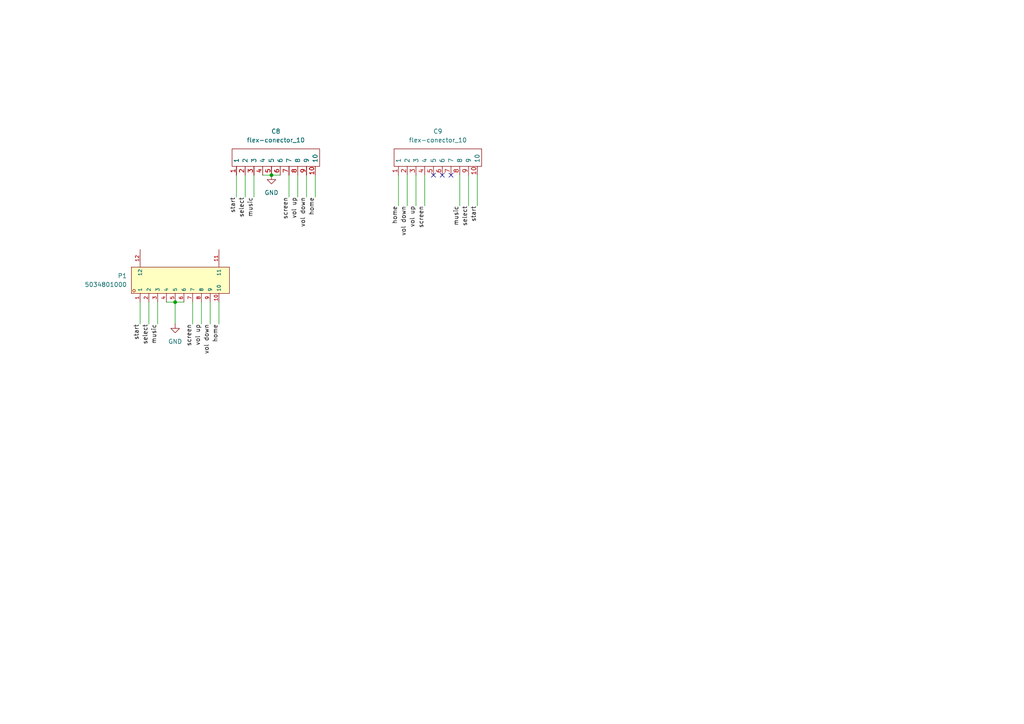
<source format=kicad_sch>
(kicad_sch (version 20231120) (generator "eeschema") (generator_version "8.0")
  (paper "A4")
  (lib_symbols
    (symbol "JLCPCB_schematic2:5034801000"
      (property "Reference" "P" (at 0 1.27 0))
      (property "Value" "5034801000" (at 0 -2.54 0))
      (symbol "5034801000_0_1"
        (rectangle (start -1.27 13.97) (end 6.35 -14.478) (fill (type background)))
        (circle (center -0.508 13.208) (radius 0.381) (fill (type background)))
        (pin unspecified line (at -3.81 11.43 0) (length 2.54) (name "1") (number "1"))
        (pin unspecified line (at -3.81 -11.43 0) (length 2.54) (name "10") (number "10"))
        (pin unspecified line (at 11.43 -11.43 180) (length 5.08) (name "11") (number "11"))
        (pin unspecified line (at 11.43 11.43 180) (length 5.08) (name "12") (number "12"))
        (pin unspecified line (at -3.81 8.89 0) (length 2.54) (name "2") (number "2"))
        (pin unspecified line (at -3.81 6.35 0) (length 2.54) (name "3") (number "3"))
        (pin unspecified line (at -3.81 3.81 0) (length 2.54) (name "4") (number "4"))
        (pin unspecified line (at -3.81 1.27 0) (length 2.54) (name "5") (number "5"))
        (pin unspecified line (at -3.81 -1.27 0) (length 2.54) (name "6") (number "6"))
        (pin unspecified line (at -3.81 -3.81 0) (length 2.54) (name "7") (number "7"))
        (pin unspecified line (at -3.81 -6.35 0) (length 2.54) (name "8") (number "8"))
        (pin unspecified line (at -3.81 -8.89 0) (length 2.54) (name "9") (number "9"))
      )
    )
    (symbol "consolizer:flex-conector_10" (pin_names (offset 1.016))
      (property "Reference" "C" (at 0 2.54 0))
      (property "Value" "flex-conector_10" (at 0 5.08 0))
      (symbol "flex-conector_10_0_1"
        (rectangle (start -2.54 -2.54) (end 2.54 -27.94))
      )
      (symbol "flex-conector_10_1_1"
        (pin input line (at -5.08 -3.81 0) (length 2.54) (name "1") (number "1"))
        (pin input line (at -5.08 -26.67 0) (length 2.54) (name "10") (number "10"))
        (pin input line (at -5.08 -6.35 0) (length 2.54) (name "2") (number "2"))
        (pin input line (at -5.08 -8.89 0) (length 2.54) (name "3") (number "3"))
        (pin input line (at -5.08 -11.43 0) (length 2.54) (name "4") (number "4"))
        (pin input line (at -5.08 -13.97 0) (length 2.54) (name "5") (number "5"))
        (pin input line (at -5.08 -16.51 0) (length 2.54) (name "6") (number "6"))
        (pin input line (at -5.08 -19.05 0) (length 2.54) (name "7") (number "7"))
        (pin input line (at -5.08 -21.59 0) (length 2.54) (name "8") (number "8"))
        (pin input line (at -5.08 -24.13 0) (length 2.54) (name "9") (number "9"))
      )
    )
    (symbol "power:GND" (power) (pin_numbers hide) (pin_names (offset 0) hide)
      (property "Value" "GND" (at 0 -3.81 0))
      (symbol "GND_0_1"
        (polyline (pts (xy 0 0) (xy 0 -1.27) (xy 1.27 -1.27) (xy 0 -2.54) (xy -1.27 -1.27) (xy 0 -1.27)))
      )
      (symbol "GND_1_1"
        (pin power_in line (at 0 0 270) (length 0) (name "~") (number "1"))
      )
    )
  )
  (junction (at 50.8 87.63))
  (junction (at 78.74 50.8))
  (no_connect (at 125.73 50.8))
  (no_connect (at 128.27 50.8))
  (no_connect (at 130.81 50.8))
  (wire (pts (xy 50.8 87.63) (xy 53.34 87.63)))
  (wire (pts (xy 86.36 57.15) (xy 86.36 50.8)))
  (wire (pts (xy 115.57 59.69) (xy 115.57 50.8)))
  (wire (pts (xy 118.11 59.69) (xy 118.11 50.8)))
  (wire (pts (xy 135.89 59.69) (xy 135.89 50.8)))
  (wire (pts (xy 58.42 93.98) (xy 58.42 87.63)))
  (wire (pts (xy 48.26 87.63) (xy 50.8 87.63)))
  (wire (pts (xy 55.88 93.98) (xy 55.88 87.63)))
  (wire (pts (xy 50.8 87.63) (xy 50.8 93.98)))
  (wire (pts (xy 68.58 57.15) (xy 68.58 50.8)))
  (wire (pts (xy 60.96 93.98) (xy 60.96 87.63)))
  (wire (pts (xy 123.19 59.69) (xy 123.19 50.8)))
  (wire (pts (xy 83.82 57.15) (xy 83.82 50.8)))
  (wire (pts (xy 78.74 50.8) (xy 81.28 50.8)))
  (wire (pts (xy 45.72 93.98) (xy 45.72 87.63)))
  (wire (pts (xy 91.44 57.15) (xy 91.44 50.8)))
  (wire (pts (xy 76.2 50.8) (xy 78.74 50.8)))
  (wire (pts (xy 63.5 93.98) (xy 63.5 87.63)))
  (wire (pts (xy 40.64 93.98) (xy 40.64 87.63)))
  (wire (pts (xy 88.9 57.15) (xy 88.9 50.8)))
  (wire (pts (xy 138.43 59.69) (xy 138.43 50.8)))
  (wire (pts (xy 43.18 93.98) (xy 43.18 87.63)))
  (wire (pts (xy 71.12 57.15) (xy 71.12 50.8)))
  (wire (pts (xy 73.66 57.15) (xy 73.66 50.8)))
  (wire (pts (xy 120.65 59.69) (xy 120.65 50.8)))
  (wire (pts (xy 133.35 59.69) (xy 133.35 50.8)))
  (label "select" (at 43.18 93.98 270))
  (label "vol down" (at 88.9 57.15 270))
  (label "start" (at 68.58 57.15 270))
  (label "vol up" (at 120.65 59.69 270))
  (label "select" (at 135.89 59.69 270))
  (label "screen" (at 55.88 93.98 270))
  (label "select" (at 71.12 57.15 270))
  (label "start" (at 40.64 93.98 270))
  (label "vol down" (at 60.96 93.98 270))
  (label "home" (at 63.5 93.98 270))
  (label "home" (at 115.57 59.69 270))
  (label "vol down" (at 118.11 59.69 270))
  (label "vol up" (at 86.36 57.15 270))
  (label "screen" (at 83.82 57.15 270))
  (label "vol up" (at 58.42 93.98 270))
  (label "screen" (at 123.19 59.69 270))
  (label "music" (at 45.72 93.98 270))
  (label "start" (at 138.43 59.69 270))
  (label "music" (at 73.66 57.15 270))
  (label "music" (at 133.35 59.69 270))
  (label "home" (at 91.44 57.15 270))
  (symbol (lib_id "power:GND") (at 78.74 50.8 0) (unit 1)
    (property "Reference" "#PWR01" (effects (hide yes)))
    (property "Value" "GND" (at 78.74 55.88 0))
    (property "Description" "Power symbol creates a global label with name \"GND\" , ground" (effects (hide yes)))
  )
  (symbol (lib_id "JLCPCB_schematic2:5034801000") (at 52.07 83.82 90) (unit 1)
    (property "Reference" "P1" (at 36.83 80.0099 90) (effects (justify left)))
    (property "Value" "5034801000" (at 36.83 82.5499 90) (effects (justify left)))
    (property "Footprint" "JLCPCB_footprint:FPC-SMD_5034801000" (effects (hide yes)))
    (property "Datasheet" "https://item.szlcsc.com/138637.html" (effects (hide yes)))
    (property "Description" "10pin FFC" (effects (hide yes)))
    (property "LCSC" "C127355" (effects (hide yes)))
  )
  (symbol (lib_id "consolizer:flex-conector_10") (at 111.76 45.72 90) (unit 1)
    (property "Reference" "C9" (at 127 38.1 90))
    (property "Value" "flex-conector_10" (at 127 40.64 90))
    (property "Footprint" "consolizer:flex_short_10" (effects (hide yes)))
  )
  (symbol (lib_id "power:GND") (at 50.8 93.98 0) (unit 1)
    (property "Reference" "#PWR03" (effects (hide yes)))
    (property "Value" "GND" (at 50.8 99.06 0))
    (property "Description" "Power symbol creates a global label with name \"GND\" , ground" (effects (hide yes)))
  )
  (symbol (lib_id "consolizer:flex-conector_10") (at 64.77 45.72 90) (unit 1)
    (property "Reference" "C8" (at 80.01 38.1 90))
    (property "Value" "flex-conector_10" (at 80.01 40.64 90))
    (property "Footprint" "consolizer:flex_short_10" (effects (hide yes)))
  )
)
</source>
